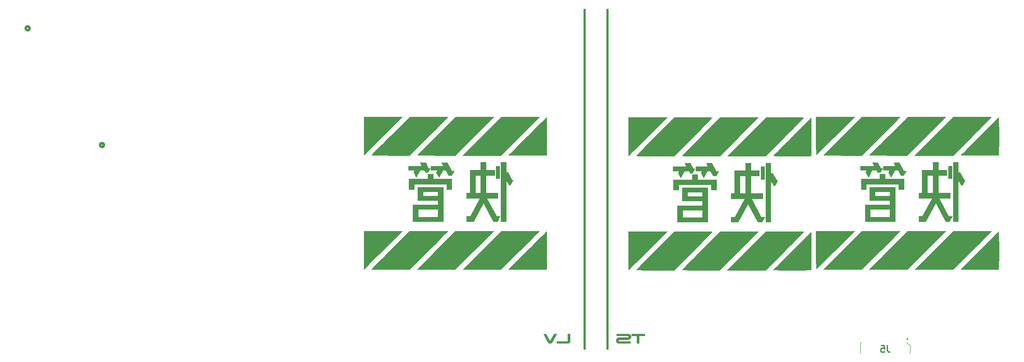
<source format=gbr>
%TF.GenerationSoftware,KiCad,Pcbnew,7.0.6*%
%TF.CreationDate,2024-02-05T21:22:57+01:00*%
%TF.ProjectId,FT24-AMS_Slave-v5,46543234-2d41-44d5-935f-536c6176652d,rev?*%
%TF.SameCoordinates,Original*%
%TF.FileFunction,Legend,Bot*%
%TF.FilePolarity,Positive*%
%FSLAX46Y46*%
G04 Gerber Fmt 4.6, Leading zero omitted, Abs format (unit mm)*
G04 Created by KiCad (PCBNEW 7.0.6) date 2024-02-05 21:22:57*
%MOMM*%
%LPD*%
G01*
G04 APERTURE LIST*
%ADD10C,0.400000*%
%ADD11C,0.150000*%
%ADD12C,0.300000*%
%ADD13C,0.254000*%
%ADD14C,0.508000*%
%ADD15C,0.100000*%
%ADD16C,0.200000*%
G04 APERTURE END LIST*
D10*
X163200000Y-140500000D02*
X163200000Y-75200000D01*
X158800000Y-140500000D02*
X158800000Y-75200000D01*
D11*
G36*
X226967201Y-106108443D02*
G01*
X228603628Y-106108443D01*
X228603628Y-107202651D01*
X226967201Y-107202651D01*
X226967201Y-110485275D01*
X229248429Y-110485275D01*
X229248429Y-111579483D01*
X227133286Y-111579483D01*
X228952896Y-115018422D01*
X229653872Y-115018422D01*
X229094556Y-116112630D01*
X228281228Y-116112630D01*
X226420097Y-112568667D01*
X224544312Y-116112630D01*
X223115491Y-116112630D01*
X223115491Y-115018422D01*
X223872644Y-115018422D01*
X225692254Y-111579483D01*
X223115491Y-111579483D01*
X223115491Y-110485275D01*
X223787159Y-110485275D01*
X223787159Y-107202651D01*
X224878925Y-107202651D01*
X224878925Y-110485275D01*
X225846127Y-110485275D01*
X225846127Y-107202651D01*
X224878925Y-107202651D01*
X223787159Y-107202651D01*
X223787159Y-106108443D01*
X225846127Y-106108443D01*
X225846127Y-104623447D01*
X226967201Y-104623447D01*
X226967201Y-106108443D01*
G37*
G36*
X230816468Y-106572505D02*
G01*
X231151081Y-106572505D01*
X231935101Y-108059944D01*
X232145150Y-108059944D01*
X231615143Y-109056454D01*
X231304954Y-109056454D01*
X230816468Y-108147871D01*
X230816468Y-116112630D01*
X229751570Y-116112630D01*
X229751570Y-104623447D01*
X230816468Y-104623447D01*
X230816468Y-106572505D01*
G37*
G36*
X229570830Y-107827913D02*
G01*
X228799023Y-107827913D01*
X228799023Y-105326866D01*
X229570830Y-105326866D01*
X229570830Y-107827913D01*
G37*
G36*
X218682484Y-116112630D02*
G01*
X212788904Y-116112630D01*
X212788904Y-113767899D01*
X213880669Y-113767899D01*
X213880669Y-115174738D01*
X217590718Y-115174738D01*
X217590718Y-113767899D01*
X213880669Y-113767899D01*
X212788904Y-113767899D01*
X212788904Y-112830006D01*
X217590718Y-112830006D01*
X217590718Y-112048429D01*
X213712142Y-112048429D01*
X213712142Y-110328960D01*
X214803907Y-110328960D01*
X214803907Y-111110537D01*
X217590718Y-111110537D01*
X217590718Y-110328960D01*
X214803907Y-110328960D01*
X213712142Y-110328960D01*
X213712142Y-109391067D01*
X218682484Y-109391067D01*
X218682484Y-116112630D01*
G37*
G36*
X216750523Y-107827913D02*
G01*
X220362875Y-107827913D01*
X220362875Y-109925959D01*
X219271109Y-109925959D01*
X219271109Y-108922121D01*
X213123517Y-108922121D01*
X213123517Y-109925959D01*
X212031751Y-109925959D01*
X212031751Y-107827913D01*
X215658757Y-107827913D01*
X215658757Y-106863154D01*
X216750523Y-106863154D01*
X216750523Y-107827913D01*
G37*
G36*
X220292044Y-106250104D02*
G01*
X220824494Y-106250104D01*
X220306699Y-107200209D01*
X219661898Y-107200209D01*
X219144103Y-106237892D01*
X218596999Y-106237892D01*
X217856943Y-107620307D01*
X217309839Y-106584717D01*
X217493021Y-106237892D01*
X216301116Y-106237892D01*
X216301116Y-105326866D01*
X218626308Y-105326866D01*
X218318562Y-104674738D01*
X219466503Y-104674738D01*
X220292044Y-106250104D01*
G37*
G36*
X215854152Y-105742079D02*
G01*
X216259595Y-105742079D01*
X215756454Y-106653105D01*
X215224005Y-106653105D01*
X214999302Y-106237892D01*
X214203070Y-106237892D01*
X213472784Y-107605652D01*
X212928122Y-106572505D01*
X213108862Y-106237892D01*
X211919399Y-106237892D01*
X211919399Y-105326866D01*
X214481507Y-105326866D01*
X214173761Y-104674738D01*
X215307048Y-104674738D01*
X215854152Y-105742079D01*
G37*
D12*
G36*
X156124284Y-138998241D02*
G01*
X156124284Y-137652951D01*
X155608932Y-137652951D01*
X155608932Y-139091053D01*
X153449825Y-139091053D01*
X153449825Y-139591263D01*
X155523447Y-139591263D01*
X155552731Y-139590576D01*
X155581600Y-139588515D01*
X155610052Y-139585080D01*
X155638088Y-139580272D01*
X155665709Y-139574089D01*
X155692913Y-139566533D01*
X155719702Y-139557603D01*
X155746074Y-139547299D01*
X155772031Y-139535621D01*
X155797571Y-139522569D01*
X155822696Y-139508144D01*
X155847404Y-139492344D01*
X155871697Y-139475171D01*
X155895574Y-139456624D01*
X155919034Y-139436703D01*
X155942079Y-139415408D01*
X155964143Y-139393170D01*
X155984783Y-139370421D01*
X156004000Y-139347161D01*
X156021794Y-139323389D01*
X156038164Y-139299106D01*
X156053110Y-139274312D01*
X156066633Y-139249006D01*
X156078733Y-139223189D01*
X156089409Y-139196860D01*
X156098662Y-139170020D01*
X156106491Y-139142669D01*
X156112896Y-139114806D01*
X156117879Y-139086432D01*
X156121437Y-139057546D01*
X156123572Y-139028149D01*
X156124284Y-138998241D01*
G37*
G36*
X153566085Y-137652951D02*
G01*
X152982344Y-137652951D01*
X152240823Y-139063210D01*
X151485624Y-137652951D01*
X150901395Y-137652951D01*
X151734263Y-139201451D01*
X151747430Y-139225434D01*
X151760798Y-139248655D01*
X151774366Y-139271115D01*
X151788134Y-139292813D01*
X151802103Y-139313750D01*
X151816272Y-139333926D01*
X151830641Y-139353340D01*
X151845211Y-139371994D01*
X151859981Y-139389885D01*
X151874951Y-139407016D01*
X151890122Y-139423385D01*
X151905493Y-139438992D01*
X151921064Y-139453839D01*
X151936836Y-139467924D01*
X151952808Y-139481247D01*
X151968981Y-139493810D01*
X151985354Y-139505611D01*
X152001927Y-139516650D01*
X152018700Y-139526928D01*
X152052849Y-139545201D01*
X152087798Y-139560428D01*
X152123549Y-139572609D01*
X152160102Y-139581746D01*
X152197456Y-139587837D01*
X152235611Y-139590882D01*
X152254989Y-139591263D01*
X152290601Y-139589477D01*
X152325873Y-139584118D01*
X152360805Y-139575188D01*
X152395398Y-139562686D01*
X152429651Y-139546612D01*
X152463565Y-139526966D01*
X152480394Y-139515803D01*
X152497139Y-139503747D01*
X152513798Y-139490799D01*
X152530373Y-139476957D01*
X152546863Y-139462222D01*
X152563267Y-139446594D01*
X152579587Y-139430074D01*
X152595822Y-139412660D01*
X152611972Y-139394353D01*
X152628038Y-139375153D01*
X152644018Y-139355061D01*
X152659913Y-139334075D01*
X152675724Y-139312196D01*
X152691449Y-139289424D01*
X152707090Y-139265759D01*
X152722645Y-139241202D01*
X152738116Y-139215751D01*
X152753502Y-139189407D01*
X152768803Y-139162170D01*
X152784019Y-139134040D01*
X153566085Y-137652951D01*
G37*
D11*
G36*
X139967201Y-106108443D02*
G01*
X141603628Y-106108443D01*
X141603628Y-107202651D01*
X139967201Y-107202651D01*
X139967201Y-110485275D01*
X142248429Y-110485275D01*
X142248429Y-111579483D01*
X140133286Y-111579483D01*
X141952896Y-115018422D01*
X142653872Y-115018422D01*
X142094556Y-116112630D01*
X141281228Y-116112630D01*
X139420097Y-112568667D01*
X137544312Y-116112630D01*
X136115491Y-116112630D01*
X136115491Y-115018422D01*
X136872644Y-115018422D01*
X138692254Y-111579483D01*
X136115491Y-111579483D01*
X136115491Y-110485275D01*
X136787159Y-110485275D01*
X136787159Y-107202651D01*
X137878925Y-107202651D01*
X137878925Y-110485275D01*
X138846127Y-110485275D01*
X138846127Y-107202651D01*
X137878925Y-107202651D01*
X136787159Y-107202651D01*
X136787159Y-106108443D01*
X138846127Y-106108443D01*
X138846127Y-104623447D01*
X139967201Y-104623447D01*
X139967201Y-106108443D01*
G37*
G36*
X143816468Y-106572505D02*
G01*
X144151081Y-106572505D01*
X144935101Y-108059944D01*
X145145150Y-108059944D01*
X144615143Y-109056454D01*
X144304954Y-109056454D01*
X143816468Y-108147871D01*
X143816468Y-116112630D01*
X142751570Y-116112630D01*
X142751570Y-104623447D01*
X143816468Y-104623447D01*
X143816468Y-106572505D01*
G37*
G36*
X142570830Y-107827913D02*
G01*
X141799023Y-107827913D01*
X141799023Y-105326866D01*
X142570830Y-105326866D01*
X142570830Y-107827913D01*
G37*
G36*
X131682484Y-116112630D02*
G01*
X125788904Y-116112630D01*
X125788904Y-113767899D01*
X126880669Y-113767899D01*
X126880669Y-115174738D01*
X130590718Y-115174738D01*
X130590718Y-113767899D01*
X126880669Y-113767899D01*
X125788904Y-113767899D01*
X125788904Y-112830006D01*
X130590718Y-112830006D01*
X130590718Y-112048429D01*
X126712142Y-112048429D01*
X126712142Y-110328960D01*
X127803907Y-110328960D01*
X127803907Y-111110537D01*
X130590718Y-111110537D01*
X130590718Y-110328960D01*
X127803907Y-110328960D01*
X126712142Y-110328960D01*
X126712142Y-109391067D01*
X131682484Y-109391067D01*
X131682484Y-116112630D01*
G37*
G36*
X129750523Y-107827913D02*
G01*
X133362875Y-107827913D01*
X133362875Y-109925959D01*
X132271109Y-109925959D01*
X132271109Y-108922121D01*
X126123517Y-108922121D01*
X126123517Y-109925959D01*
X125031751Y-109925959D01*
X125031751Y-107827913D01*
X128658757Y-107827913D01*
X128658757Y-106863154D01*
X129750523Y-106863154D01*
X129750523Y-107827913D01*
G37*
G36*
X133292044Y-106250104D02*
G01*
X133824494Y-106250104D01*
X133306699Y-107200209D01*
X132661898Y-107200209D01*
X132144103Y-106237892D01*
X131596999Y-106237892D01*
X130856943Y-107620307D01*
X130309839Y-106584717D01*
X130493021Y-106237892D01*
X129301116Y-106237892D01*
X129301116Y-105326866D01*
X131626308Y-105326866D01*
X131318562Y-104674738D01*
X132466503Y-104674738D01*
X133292044Y-106250104D01*
G37*
G36*
X128854152Y-105742079D02*
G01*
X129259595Y-105742079D01*
X128756454Y-106653105D01*
X128224005Y-106653105D01*
X127999302Y-106237892D01*
X127203070Y-106237892D01*
X126472784Y-107605652D01*
X125928122Y-106572505D01*
X126108862Y-106237892D01*
X124919399Y-106237892D01*
X124919399Y-105326866D01*
X127481507Y-105326866D01*
X127173761Y-104674738D01*
X128307048Y-104674738D01*
X128854152Y-105742079D01*
G37*
D12*
G36*
X170516608Y-138153161D02*
G01*
X170516608Y-137652951D01*
X167836775Y-137652951D01*
X167836775Y-138153161D01*
X168917306Y-138153161D01*
X168917306Y-139591263D01*
X169433147Y-139591263D01*
X169433147Y-138153161D01*
X170516608Y-138153161D01*
G37*
G36*
X167104535Y-137652951D02*
G01*
X165028471Y-137652951D01*
X165028471Y-138153161D01*
X167282344Y-138153161D01*
X167282344Y-138340739D01*
X165558967Y-138340739D01*
X165526660Y-138341445D01*
X165494830Y-138343563D01*
X165463477Y-138347093D01*
X165432602Y-138352035D01*
X165402203Y-138358390D01*
X165372281Y-138366156D01*
X165342837Y-138375334D01*
X165313869Y-138385924D01*
X165285378Y-138397926D01*
X165257365Y-138411341D01*
X165229828Y-138426167D01*
X165202769Y-138442405D01*
X165176187Y-138460056D01*
X165150081Y-138479118D01*
X165124453Y-138499592D01*
X165099302Y-138521479D01*
X165075108Y-138544407D01*
X165052476Y-138568007D01*
X165031404Y-138592279D01*
X165011893Y-138617222D01*
X164993943Y-138642837D01*
X164977554Y-138669124D01*
X164962726Y-138696082D01*
X164949459Y-138723712D01*
X164937752Y-138752014D01*
X164927607Y-138780987D01*
X164919022Y-138810632D01*
X164911998Y-138840949D01*
X164906535Y-138871937D01*
X164902633Y-138903597D01*
X164900291Y-138935928D01*
X164899511Y-138968932D01*
X164900295Y-139001937D01*
X164902648Y-139034274D01*
X164906569Y-139065944D01*
X164912059Y-139096946D01*
X164919117Y-139127279D01*
X164927744Y-139156945D01*
X164937939Y-139185943D01*
X164949703Y-139214274D01*
X164963035Y-139241936D01*
X164977936Y-139268931D01*
X164994405Y-139295257D01*
X165012443Y-139320916D01*
X165032049Y-139345907D01*
X165053224Y-139370230D01*
X165075967Y-139393886D01*
X165100279Y-139416873D01*
X165124306Y-139437991D01*
X165148883Y-139457746D01*
X165174009Y-139476138D01*
X165199685Y-139493169D01*
X165225911Y-139508836D01*
X165252686Y-139523142D01*
X165280011Y-139536085D01*
X165307885Y-139547665D01*
X165336309Y-139557883D01*
X165365282Y-139566739D01*
X165394805Y-139574232D01*
X165424877Y-139580363D01*
X165455499Y-139585132D01*
X165486671Y-139588538D01*
X165518392Y-139590581D01*
X165550662Y-139591263D01*
X167711235Y-139591263D01*
X167711235Y-139091053D01*
X165417794Y-139091053D01*
X165417794Y-138840949D01*
X167171946Y-138840949D01*
X167203938Y-138840306D01*
X167235434Y-138838376D01*
X167266434Y-138835161D01*
X167296938Y-138830660D01*
X167326945Y-138824872D01*
X167356457Y-138817799D01*
X167385472Y-138809439D01*
X167413991Y-138799794D01*
X167442014Y-138788862D01*
X167469541Y-138776644D01*
X167496572Y-138763140D01*
X167523107Y-138748350D01*
X167549145Y-138732274D01*
X167574688Y-138714912D01*
X167599734Y-138696263D01*
X167624284Y-138676329D01*
X167649365Y-138654290D01*
X167672827Y-138631648D01*
X167694672Y-138608403D01*
X167714898Y-138584555D01*
X167733507Y-138560104D01*
X167750497Y-138535050D01*
X167765869Y-138509393D01*
X167779623Y-138483133D01*
X167791758Y-138456270D01*
X167802276Y-138428804D01*
X167811176Y-138400735D01*
X167818457Y-138372063D01*
X167824121Y-138342789D01*
X167828166Y-138312911D01*
X167830593Y-138282430D01*
X167831402Y-138251346D01*
X167830481Y-138217788D01*
X167827716Y-138185011D01*
X167823107Y-138153018D01*
X167816656Y-138121806D01*
X167808361Y-138091377D01*
X167798223Y-138061730D01*
X167786242Y-138032865D01*
X167772418Y-138004783D01*
X167756750Y-137977483D01*
X167739239Y-137950966D01*
X167719884Y-137925231D01*
X167698687Y-137900278D01*
X167675646Y-137876107D01*
X167650762Y-137852719D01*
X167624034Y-137830113D01*
X167595464Y-137808290D01*
X167568816Y-137789479D01*
X167541631Y-137771882D01*
X167513907Y-137755499D01*
X167485646Y-137740329D01*
X167456846Y-137726373D01*
X167427508Y-137713630D01*
X167397633Y-137702101D01*
X167367219Y-137691786D01*
X167336267Y-137682684D01*
X167304776Y-137674796D01*
X167272748Y-137668121D01*
X167240182Y-137662660D01*
X167207077Y-137658412D01*
X167173435Y-137655379D01*
X167139254Y-137653558D01*
X167104535Y-137652951D01*
G37*
D11*
G36*
X190889144Y-106218554D02*
G01*
X192525571Y-106218554D01*
X192525571Y-107312762D01*
X190889144Y-107312762D01*
X190889144Y-110595386D01*
X193170372Y-110595386D01*
X193170372Y-111689594D01*
X191055229Y-111689594D01*
X192874839Y-115128533D01*
X193575815Y-115128533D01*
X193016499Y-116222741D01*
X192203171Y-116222741D01*
X190342040Y-112678778D01*
X188466255Y-116222741D01*
X187037434Y-116222741D01*
X187037434Y-115128533D01*
X187794587Y-115128533D01*
X189614197Y-111689594D01*
X187037434Y-111689594D01*
X187037434Y-110595386D01*
X187709102Y-110595386D01*
X187709102Y-107312762D01*
X188800868Y-107312762D01*
X188800868Y-110595386D01*
X189768070Y-110595386D01*
X189768070Y-107312762D01*
X188800868Y-107312762D01*
X187709102Y-107312762D01*
X187709102Y-106218554D01*
X189768070Y-106218554D01*
X189768070Y-104733558D01*
X190889144Y-104733558D01*
X190889144Y-106218554D01*
G37*
G36*
X194738411Y-106682616D02*
G01*
X195073024Y-106682616D01*
X195857044Y-108170055D01*
X196067093Y-108170055D01*
X195537086Y-109166565D01*
X195226897Y-109166565D01*
X194738411Y-108257982D01*
X194738411Y-116222741D01*
X193673513Y-116222741D01*
X193673513Y-104733558D01*
X194738411Y-104733558D01*
X194738411Y-106682616D01*
G37*
G36*
X193492773Y-107938024D02*
G01*
X192720966Y-107938024D01*
X192720966Y-105436977D01*
X193492773Y-105436977D01*
X193492773Y-107938024D01*
G37*
G36*
X182604427Y-116222741D02*
G01*
X176710847Y-116222741D01*
X176710847Y-113878010D01*
X177802612Y-113878010D01*
X177802612Y-115284849D01*
X181512661Y-115284849D01*
X181512661Y-113878010D01*
X177802612Y-113878010D01*
X176710847Y-113878010D01*
X176710847Y-112940117D01*
X181512661Y-112940117D01*
X181512661Y-112158540D01*
X177634085Y-112158540D01*
X177634085Y-110439071D01*
X178725850Y-110439071D01*
X178725850Y-111220648D01*
X181512661Y-111220648D01*
X181512661Y-110439071D01*
X178725850Y-110439071D01*
X177634085Y-110439071D01*
X177634085Y-109501178D01*
X182604427Y-109501178D01*
X182604427Y-116222741D01*
G37*
G36*
X180672466Y-107938024D02*
G01*
X184284818Y-107938024D01*
X184284818Y-110036070D01*
X183193052Y-110036070D01*
X183193052Y-109032232D01*
X177045460Y-109032232D01*
X177045460Y-110036070D01*
X175953694Y-110036070D01*
X175953694Y-107938024D01*
X179580700Y-107938024D01*
X179580700Y-106973265D01*
X180672466Y-106973265D01*
X180672466Y-107938024D01*
G37*
G36*
X184213987Y-106360215D02*
G01*
X184746437Y-106360215D01*
X184228642Y-107310320D01*
X183583841Y-107310320D01*
X183066046Y-106348003D01*
X182518942Y-106348003D01*
X181778886Y-107730418D01*
X181231782Y-106694828D01*
X181414964Y-106348003D01*
X180223059Y-106348003D01*
X180223059Y-105436977D01*
X182548251Y-105436977D01*
X182240505Y-104784849D01*
X183388446Y-104784849D01*
X184213987Y-106360215D01*
G37*
G36*
X179776095Y-105852190D02*
G01*
X180181538Y-105852190D01*
X179678397Y-106763216D01*
X179145948Y-106763216D01*
X178921245Y-106348003D01*
X178125013Y-106348003D01*
X177394727Y-107715763D01*
X176850065Y-106682616D01*
X177030805Y-106348003D01*
X175841342Y-106348003D01*
X175841342Y-105436977D01*
X178403450Y-105436977D01*
X178095704Y-104784849D01*
X179228991Y-104784849D01*
X179776095Y-105852190D01*
G37*
D13*
X217102332Y-139928318D02*
X217102332Y-140835461D01*
X217102332Y-140835461D02*
X217162809Y-141016889D01*
X217162809Y-141016889D02*
X217283761Y-141137842D01*
X217283761Y-141137842D02*
X217465190Y-141198318D01*
X217465190Y-141198318D02*
X217586142Y-141198318D01*
X215892809Y-139928318D02*
X216497571Y-139928318D01*
X216497571Y-139928318D02*
X216558047Y-140533080D01*
X216558047Y-140533080D02*
X216497571Y-140472603D01*
X216497571Y-140472603D02*
X216376618Y-140412127D01*
X216376618Y-140412127D02*
X216074237Y-140412127D01*
X216074237Y-140412127D02*
X215953285Y-140472603D01*
X215953285Y-140472603D02*
X215892809Y-140533080D01*
X215892809Y-140533080D02*
X215832332Y-140654032D01*
X215832332Y-140654032D02*
X215832332Y-140956413D01*
X215832332Y-140956413D02*
X215892809Y-141077365D01*
X215892809Y-141077365D02*
X215953285Y-141137842D01*
X215953285Y-141137842D02*
X216074237Y-141198318D01*
X216074237Y-141198318D02*
X216376618Y-141198318D01*
X216376618Y-141198318D02*
X216497571Y-141137842D01*
X216497571Y-141137842D02*
X216558047Y-141077365D01*
D14*
%TO.C,J1*%
X52081700Y-78799998D02*
G75*
G03*
X52081700Y-78799998I-381000J0D01*
G01*
%TO.C,J2*%
X66380300Y-101300000D02*
G75*
G03*
X66380300Y-101300000I-381000J0D01*
G01*
D15*
%TO.C,J5*%
X211879000Y-139299000D02*
X212179000Y-139299000D01*
X211879000Y-141399000D02*
X211879000Y-139299000D01*
X220679000Y-139299000D02*
X221479000Y-139899000D01*
D16*
X220979000Y-138599000D02*
X220979000Y-138599000D01*
X220979000Y-138799000D02*
X220979000Y-138799000D01*
D15*
X221479000Y-139899000D02*
X221479000Y-141399000D01*
D16*
X220979000Y-138799000D02*
G75*
G03*
X220979000Y-138599000I0J100000D01*
G01*
X220979000Y-138599000D02*
G75*
G03*
X220979000Y-138799000I0J-100000D01*
G01*
%TO.C,G\u002A\u002A\u002A*%
G36*
X207134385Y-99578723D02*
G01*
X206785270Y-99927805D01*
X206232965Y-100479763D01*
X205710666Y-101001374D01*
X205224937Y-101486102D01*
X204782342Y-101927409D01*
X204389447Y-102318759D01*
X204052815Y-102653613D01*
X203779012Y-102925435D01*
X203574601Y-103127687D01*
X203446149Y-103253832D01*
X203400218Y-103297333D01*
X203397547Y-103244890D01*
X203394818Y-103076908D01*
X203392300Y-102804016D01*
X203390040Y-102437198D01*
X203388085Y-101987440D01*
X203386483Y-101465728D01*
X203385280Y-100883048D01*
X203384523Y-100250384D01*
X203384261Y-99578723D01*
X203384261Y-95860112D01*
X207118428Y-95860112D01*
X210852595Y-95860112D01*
X207134385Y-99578723D01*
G37*
G36*
X234076577Y-95860706D02*
G01*
X234710582Y-95862778D01*
X235295922Y-95866202D01*
X235821541Y-95870835D01*
X236276386Y-95876536D01*
X236649398Y-95883163D01*
X236929524Y-95890575D01*
X237105707Y-95898629D01*
X237166891Y-95907184D01*
X237151923Y-95926389D01*
X237059355Y-96025981D01*
X236887916Y-96204067D01*
X236644167Y-96454003D01*
X236334668Y-96769146D01*
X235965978Y-97142852D01*
X235544655Y-97568478D01*
X235077261Y-98039381D01*
X234570353Y-98548915D01*
X234030493Y-99090439D01*
X233464238Y-99657308D01*
X229761584Y-103360361D01*
X226042972Y-103360361D01*
X222324360Y-103360361D01*
X226074087Y-99610237D01*
X229823814Y-95860112D01*
X233495352Y-95860112D01*
X234076577Y-95860706D01*
G37*
G36*
X224687487Y-99610237D02*
G01*
X220937760Y-103360361D01*
X217266221Y-103360361D01*
X216684996Y-103359767D01*
X216050992Y-103357695D01*
X215465652Y-103354271D01*
X214940032Y-103349638D01*
X214485188Y-103343937D01*
X214112175Y-103337310D01*
X213832050Y-103329898D01*
X213655867Y-103321844D01*
X213594683Y-103313289D01*
X213609650Y-103294084D01*
X213702219Y-103194492D01*
X213873658Y-103016406D01*
X214117406Y-102766470D01*
X214426905Y-102451327D01*
X214795596Y-102077621D01*
X215216918Y-101651995D01*
X215684313Y-101181093D01*
X216191220Y-100671558D01*
X216731081Y-100130034D01*
X217297336Y-99563165D01*
X220999989Y-95860112D01*
X224718601Y-95860112D01*
X228437213Y-95860112D01*
X224687487Y-99610237D01*
G37*
G36*
X216487939Y-95860753D02*
G01*
X217123271Y-95862862D01*
X217709609Y-95866306D01*
X218235944Y-95870946D01*
X218691267Y-95876642D01*
X219064571Y-95883254D01*
X219344845Y-95890641D01*
X219521083Y-95898665D01*
X219582276Y-95907184D01*
X219567308Y-95926389D01*
X219474739Y-96025981D01*
X219303301Y-96204067D01*
X219059552Y-96454003D01*
X218750053Y-96769146D01*
X218381362Y-97142852D01*
X217960040Y-97568478D01*
X217492645Y-98039381D01*
X216985738Y-98548915D01*
X216445877Y-99090439D01*
X215879622Y-99657308D01*
X212176969Y-103360361D01*
X208473915Y-103360361D01*
X207865198Y-103359720D01*
X207229866Y-103357612D01*
X206643528Y-103354167D01*
X206117193Y-103349527D01*
X205661870Y-103343831D01*
X205288566Y-103337219D01*
X205008291Y-103329832D01*
X204832054Y-103321808D01*
X204770861Y-103313289D01*
X204785829Y-103294084D01*
X204878398Y-103194492D01*
X205049836Y-103016406D01*
X205293585Y-102766470D01*
X205603084Y-102451327D01*
X205971775Y-102077621D01*
X206393097Y-101651995D01*
X206860491Y-101181093D01*
X207367399Y-100671558D01*
X207907260Y-100130034D01*
X208473515Y-99563165D01*
X212176168Y-95860112D01*
X215879222Y-95860112D01*
X216487939Y-95860753D01*
G37*
G36*
X238575290Y-95952208D02*
G01*
X238583593Y-96091869D01*
X238590968Y-96334906D01*
X238597403Y-96667882D01*
X238602890Y-97077361D01*
X238607417Y-97549906D01*
X238610976Y-98072081D01*
X238613555Y-98630448D01*
X238615147Y-99211571D01*
X238615739Y-99802015D01*
X238615323Y-100388341D01*
X238613889Y-100957113D01*
X238611426Y-101494895D01*
X238607925Y-101988251D01*
X238603376Y-102423742D01*
X238597769Y-102787934D01*
X238591094Y-103067389D01*
X238583341Y-103248671D01*
X238574501Y-103318342D01*
X238539212Y-103324515D01*
X238391357Y-103332577D01*
X238141130Y-103339569D01*
X237801969Y-103345498D01*
X237387310Y-103350376D01*
X236910589Y-103354210D01*
X236385244Y-103357009D01*
X235824710Y-103358784D01*
X235242425Y-103359544D01*
X234651825Y-103359296D01*
X234066347Y-103358052D01*
X233499427Y-103355819D01*
X232964503Y-103352607D01*
X232475009Y-103348425D01*
X232044384Y-103343283D01*
X231686064Y-103337189D01*
X231413485Y-103330153D01*
X231240084Y-103322184D01*
X231179298Y-103313290D01*
X231180486Y-103310746D01*
X231237756Y-103245608D01*
X231375177Y-103101069D01*
X231584707Y-102885173D01*
X231858302Y-102605963D01*
X232187919Y-102271482D01*
X232565515Y-101889775D01*
X232983047Y-101468885D01*
X233432472Y-101016855D01*
X233905746Y-100541729D01*
X234394828Y-100051550D01*
X234891673Y-99554362D01*
X235388239Y-99058209D01*
X235876482Y-98571133D01*
X236348359Y-98101179D01*
X236795828Y-97656390D01*
X237210845Y-97244809D01*
X237585367Y-96874480D01*
X237911351Y-96553447D01*
X238180754Y-96289753D01*
X238385533Y-96091441D01*
X238517645Y-95966556D01*
X238569046Y-95923140D01*
X238575290Y-95952208D01*
G37*
G36*
X120134385Y-99578723D02*
G01*
X119785270Y-99927805D01*
X119232965Y-100479763D01*
X118710666Y-101001374D01*
X118224937Y-101486102D01*
X117782342Y-101927409D01*
X117389447Y-102318759D01*
X117052815Y-102653613D01*
X116779012Y-102925435D01*
X116574601Y-103127687D01*
X116446149Y-103253832D01*
X116400218Y-103297333D01*
X116397547Y-103244890D01*
X116394818Y-103076908D01*
X116392300Y-102804016D01*
X116390040Y-102437198D01*
X116388085Y-101987440D01*
X116386483Y-101465728D01*
X116385280Y-100883048D01*
X116384523Y-100250384D01*
X116384261Y-99578723D01*
X116384261Y-95860112D01*
X120118428Y-95860112D01*
X123852595Y-95860112D01*
X120134385Y-99578723D01*
G37*
G36*
X147076577Y-95860706D02*
G01*
X147710582Y-95862778D01*
X148295922Y-95866202D01*
X148821541Y-95870835D01*
X149276386Y-95876536D01*
X149649398Y-95883163D01*
X149929524Y-95890575D01*
X150105707Y-95898629D01*
X150166891Y-95907184D01*
X150151923Y-95926389D01*
X150059355Y-96025981D01*
X149887916Y-96204067D01*
X149644167Y-96454003D01*
X149334668Y-96769146D01*
X148965978Y-97142852D01*
X148544655Y-97568478D01*
X148077261Y-98039381D01*
X147570353Y-98548915D01*
X147030493Y-99090439D01*
X146464238Y-99657308D01*
X142761584Y-103360361D01*
X139042972Y-103360361D01*
X135324360Y-103360361D01*
X139074087Y-99610237D01*
X142823814Y-95860112D01*
X146495352Y-95860112D01*
X147076577Y-95860706D01*
G37*
G36*
X137687487Y-99610237D02*
G01*
X133937760Y-103360361D01*
X130266221Y-103360361D01*
X129684996Y-103359767D01*
X129050992Y-103357695D01*
X128465652Y-103354271D01*
X127940032Y-103349638D01*
X127485188Y-103343937D01*
X127112175Y-103337310D01*
X126832050Y-103329898D01*
X126655867Y-103321844D01*
X126594683Y-103313289D01*
X126609650Y-103294084D01*
X126702219Y-103194492D01*
X126873658Y-103016406D01*
X127117406Y-102766470D01*
X127426905Y-102451327D01*
X127795596Y-102077621D01*
X128216918Y-101651995D01*
X128684313Y-101181093D01*
X129191220Y-100671558D01*
X129731081Y-100130034D01*
X130297336Y-99563165D01*
X133999989Y-95860112D01*
X137718601Y-95860112D01*
X141437213Y-95860112D01*
X137687487Y-99610237D01*
G37*
G36*
X129487939Y-95860753D02*
G01*
X130123271Y-95862862D01*
X130709609Y-95866306D01*
X131235944Y-95870946D01*
X131691267Y-95876642D01*
X132064571Y-95883254D01*
X132344845Y-95890641D01*
X132521083Y-95898665D01*
X132582276Y-95907184D01*
X132567308Y-95926389D01*
X132474739Y-96025981D01*
X132303301Y-96204067D01*
X132059552Y-96454003D01*
X131750053Y-96769146D01*
X131381362Y-97142852D01*
X130960040Y-97568478D01*
X130492645Y-98039381D01*
X129985738Y-98548915D01*
X129445877Y-99090439D01*
X128879622Y-99657308D01*
X125176969Y-103360361D01*
X121473915Y-103360361D01*
X120865198Y-103359720D01*
X120229866Y-103357612D01*
X119643528Y-103354167D01*
X119117193Y-103349527D01*
X118661870Y-103343831D01*
X118288566Y-103337219D01*
X118008291Y-103329832D01*
X117832054Y-103321808D01*
X117770861Y-103313289D01*
X117785829Y-103294084D01*
X117878398Y-103194492D01*
X118049836Y-103016406D01*
X118293585Y-102766470D01*
X118603084Y-102451327D01*
X118971775Y-102077621D01*
X119393097Y-101651995D01*
X119860491Y-101181093D01*
X120367399Y-100671558D01*
X120907260Y-100130034D01*
X121473515Y-99563165D01*
X125176168Y-95860112D01*
X128879222Y-95860112D01*
X129487939Y-95860753D01*
G37*
G36*
X151575290Y-95952208D02*
G01*
X151583593Y-96091869D01*
X151590968Y-96334906D01*
X151597403Y-96667882D01*
X151602890Y-97077361D01*
X151607417Y-97549906D01*
X151610976Y-98072081D01*
X151613555Y-98630448D01*
X151615147Y-99211571D01*
X151615739Y-99802015D01*
X151615323Y-100388341D01*
X151613889Y-100957113D01*
X151611426Y-101494895D01*
X151607925Y-101988251D01*
X151603376Y-102423742D01*
X151597769Y-102787934D01*
X151591094Y-103067389D01*
X151583341Y-103248671D01*
X151574501Y-103318342D01*
X151539212Y-103324515D01*
X151391357Y-103332577D01*
X151141130Y-103339569D01*
X150801969Y-103345498D01*
X150387310Y-103350376D01*
X149910589Y-103354210D01*
X149385244Y-103357009D01*
X148824710Y-103358784D01*
X148242425Y-103359544D01*
X147651825Y-103359296D01*
X147066347Y-103358052D01*
X146499427Y-103355819D01*
X145964503Y-103352607D01*
X145475009Y-103348425D01*
X145044384Y-103343283D01*
X144686064Y-103337189D01*
X144413485Y-103330153D01*
X144240084Y-103322184D01*
X144179298Y-103313290D01*
X144180486Y-103310746D01*
X144237756Y-103245608D01*
X144375177Y-103101069D01*
X144584707Y-102885173D01*
X144858302Y-102605963D01*
X145187919Y-102271482D01*
X145565515Y-101889775D01*
X145983047Y-101468885D01*
X146432472Y-101016855D01*
X146905746Y-100541729D01*
X147394828Y-100051550D01*
X147891673Y-99554362D01*
X148388239Y-99058209D01*
X148876482Y-98571133D01*
X149348359Y-98101179D01*
X149795828Y-97656390D01*
X150210845Y-97244809D01*
X150585367Y-96874480D01*
X150911351Y-96553447D01*
X151180754Y-96289753D01*
X151385533Y-96091441D01*
X151517645Y-95966556D01*
X151569046Y-95923140D01*
X151575290Y-95952208D01*
G37*
G36*
X171056328Y-99688834D02*
G01*
X170707213Y-100037916D01*
X170154908Y-100589874D01*
X169632609Y-101111485D01*
X169146880Y-101596213D01*
X168704285Y-102037520D01*
X168311390Y-102428870D01*
X167974758Y-102763724D01*
X167700955Y-103035546D01*
X167496544Y-103237798D01*
X167368092Y-103363943D01*
X167322161Y-103407444D01*
X167319490Y-103355001D01*
X167316761Y-103187019D01*
X167314243Y-102914127D01*
X167311983Y-102547309D01*
X167310028Y-102097551D01*
X167308426Y-101575839D01*
X167307223Y-100993159D01*
X167306466Y-100360495D01*
X167306204Y-99688834D01*
X167306204Y-95970223D01*
X171040371Y-95970223D01*
X174774538Y-95970223D01*
X171056328Y-99688834D01*
G37*
G36*
X197998520Y-95970817D02*
G01*
X198632525Y-95972889D01*
X199217865Y-95976313D01*
X199743484Y-95980946D01*
X200198329Y-95986647D01*
X200571341Y-95993274D01*
X200851467Y-96000686D01*
X201027650Y-96008740D01*
X201088834Y-96017295D01*
X201073866Y-96036500D01*
X200981298Y-96136092D01*
X200809859Y-96314178D01*
X200566110Y-96564114D01*
X200256611Y-96879257D01*
X199887921Y-97252963D01*
X199466598Y-97678589D01*
X198999204Y-98149492D01*
X198492296Y-98659026D01*
X197952436Y-99200550D01*
X197386181Y-99767419D01*
X193683527Y-103470472D01*
X189964915Y-103470472D01*
X186246303Y-103470472D01*
X189996030Y-99720348D01*
X193745757Y-95970223D01*
X197417295Y-95970223D01*
X197998520Y-95970817D01*
G37*
G36*
X188609430Y-99720348D02*
G01*
X184859703Y-103470472D01*
X181188164Y-103470472D01*
X180606939Y-103469878D01*
X179972935Y-103467806D01*
X179387595Y-103464382D01*
X178861975Y-103459749D01*
X178407131Y-103454048D01*
X178034118Y-103447421D01*
X177753993Y-103440009D01*
X177577810Y-103431955D01*
X177516626Y-103423400D01*
X177531593Y-103404195D01*
X177624162Y-103304603D01*
X177795601Y-103126517D01*
X178039349Y-102876581D01*
X178348848Y-102561438D01*
X178717539Y-102187732D01*
X179138861Y-101762106D01*
X179606256Y-101291204D01*
X180113163Y-100781669D01*
X180653024Y-100240145D01*
X181219279Y-99673276D01*
X184921932Y-95970223D01*
X188640544Y-95970223D01*
X192359156Y-95970223D01*
X188609430Y-99720348D01*
G37*
G36*
X180409882Y-95970864D02*
G01*
X181045214Y-95972973D01*
X181631552Y-95976417D01*
X182157887Y-95981057D01*
X182613210Y-95986753D01*
X182986514Y-95993365D01*
X183266788Y-96000752D01*
X183443026Y-96008776D01*
X183504219Y-96017295D01*
X183489251Y-96036500D01*
X183396682Y-96136092D01*
X183225244Y-96314178D01*
X182981495Y-96564114D01*
X182671996Y-96879257D01*
X182303305Y-97252963D01*
X181881983Y-97678589D01*
X181414588Y-98149492D01*
X180907681Y-98659026D01*
X180367820Y-99200550D01*
X179801565Y-99767419D01*
X176098912Y-103470472D01*
X172395858Y-103470472D01*
X171787141Y-103469831D01*
X171151809Y-103467723D01*
X170565471Y-103464278D01*
X170039136Y-103459638D01*
X169583813Y-103453942D01*
X169210509Y-103447330D01*
X168930234Y-103439943D01*
X168753997Y-103431919D01*
X168692804Y-103423400D01*
X168707772Y-103404195D01*
X168800341Y-103304603D01*
X168971779Y-103126517D01*
X169215528Y-102876581D01*
X169525027Y-102561438D01*
X169893718Y-102187732D01*
X170315040Y-101762106D01*
X170782434Y-101291204D01*
X171289342Y-100781669D01*
X171829203Y-100240145D01*
X172395458Y-99673276D01*
X176098111Y-95970223D01*
X179801165Y-95970223D01*
X180409882Y-95970864D01*
G37*
G36*
X202497233Y-96062319D02*
G01*
X202505536Y-96201980D01*
X202512911Y-96445017D01*
X202519346Y-96777993D01*
X202524833Y-97187472D01*
X202529360Y-97660017D01*
X202532919Y-98182192D01*
X202535498Y-98740559D01*
X202537090Y-99321682D01*
X202537682Y-99912126D01*
X202537266Y-100498452D01*
X202535832Y-101067224D01*
X202533369Y-101605006D01*
X202529868Y-102098362D01*
X202525319Y-102533853D01*
X202519712Y-102898045D01*
X202513037Y-103177500D01*
X202505284Y-103358782D01*
X202496444Y-103428453D01*
X202461155Y-103434626D01*
X202313300Y-103442688D01*
X202063073Y-103449680D01*
X201723912Y-103455609D01*
X201309253Y-103460487D01*
X200832532Y-103464321D01*
X200307187Y-103467120D01*
X199746653Y-103468895D01*
X199164368Y-103469655D01*
X198573768Y-103469407D01*
X197988290Y-103468163D01*
X197421370Y-103465930D01*
X196886446Y-103462718D01*
X196396952Y-103458536D01*
X195966327Y-103453394D01*
X195608007Y-103447300D01*
X195335428Y-103440264D01*
X195162027Y-103432295D01*
X195101241Y-103423401D01*
X195102429Y-103420857D01*
X195159699Y-103355719D01*
X195297120Y-103211180D01*
X195506650Y-102995284D01*
X195780245Y-102716074D01*
X196109862Y-102381593D01*
X196487458Y-101999886D01*
X196904990Y-101578996D01*
X197354415Y-101126966D01*
X197827689Y-100651840D01*
X198316771Y-100161661D01*
X198813616Y-99664473D01*
X199310182Y-99168320D01*
X199798425Y-98681244D01*
X200270302Y-98211290D01*
X200717771Y-97766501D01*
X201132788Y-97354920D01*
X201507310Y-96984591D01*
X201833294Y-96663558D01*
X202102697Y-96399864D01*
X202307476Y-96201552D01*
X202439588Y-96076667D01*
X202490989Y-96033251D01*
X202497233Y-96062319D01*
G37*
G36*
X120134385Y-121578723D02*
G01*
X119785270Y-121927805D01*
X119232965Y-122479763D01*
X118710666Y-123001374D01*
X118224937Y-123486102D01*
X117782342Y-123927409D01*
X117389447Y-124318759D01*
X117052815Y-124653613D01*
X116779012Y-124925435D01*
X116574601Y-125127687D01*
X116446149Y-125253832D01*
X116400218Y-125297333D01*
X116397547Y-125244890D01*
X116394818Y-125076908D01*
X116392300Y-124804016D01*
X116390040Y-124437198D01*
X116388085Y-123987440D01*
X116386483Y-123465728D01*
X116385280Y-122883048D01*
X116384523Y-122250384D01*
X116384261Y-121578723D01*
X116384261Y-117860112D01*
X120118428Y-117860112D01*
X123852595Y-117860112D01*
X120134385Y-121578723D01*
G37*
G36*
X147076577Y-117860706D02*
G01*
X147710582Y-117862778D01*
X148295922Y-117866202D01*
X148821541Y-117870835D01*
X149276386Y-117876536D01*
X149649398Y-117883163D01*
X149929524Y-117890575D01*
X150105707Y-117898629D01*
X150166891Y-117907184D01*
X150151923Y-117926389D01*
X150059355Y-118025981D01*
X149887916Y-118204067D01*
X149644167Y-118454003D01*
X149334668Y-118769146D01*
X148965978Y-119142852D01*
X148544655Y-119568478D01*
X148077261Y-120039381D01*
X147570353Y-120548915D01*
X147030493Y-121090439D01*
X146464238Y-121657308D01*
X142761584Y-125360361D01*
X139042972Y-125360361D01*
X135324360Y-125360361D01*
X139074087Y-121610237D01*
X142823814Y-117860112D01*
X146495352Y-117860112D01*
X147076577Y-117860706D01*
G37*
G36*
X137687487Y-121610237D02*
G01*
X133937760Y-125360361D01*
X130266221Y-125360361D01*
X129684996Y-125359767D01*
X129050992Y-125357695D01*
X128465652Y-125354271D01*
X127940032Y-125349638D01*
X127485188Y-125343937D01*
X127112175Y-125337310D01*
X126832050Y-125329898D01*
X126655867Y-125321844D01*
X126594683Y-125313289D01*
X126609650Y-125294084D01*
X126702219Y-125194492D01*
X126873658Y-125016406D01*
X127117406Y-124766470D01*
X127426905Y-124451327D01*
X127795596Y-124077621D01*
X128216918Y-123651995D01*
X128684313Y-123181093D01*
X129191220Y-122671558D01*
X129731081Y-122130034D01*
X130297336Y-121563165D01*
X133999989Y-117860112D01*
X137718601Y-117860112D01*
X141437213Y-117860112D01*
X137687487Y-121610237D01*
G37*
G36*
X129487939Y-117860753D02*
G01*
X130123271Y-117862862D01*
X130709609Y-117866306D01*
X131235944Y-117870946D01*
X131691267Y-117876642D01*
X132064571Y-117883254D01*
X132344845Y-117890641D01*
X132521083Y-117898665D01*
X132582276Y-117907184D01*
X132567308Y-117926389D01*
X132474739Y-118025981D01*
X132303301Y-118204067D01*
X132059552Y-118454003D01*
X131750053Y-118769146D01*
X131381362Y-119142852D01*
X130960040Y-119568478D01*
X130492645Y-120039381D01*
X129985738Y-120548915D01*
X129445877Y-121090439D01*
X128879622Y-121657308D01*
X125176969Y-125360361D01*
X121473915Y-125360361D01*
X120865198Y-125359720D01*
X120229866Y-125357612D01*
X119643528Y-125354167D01*
X119117193Y-125349527D01*
X118661870Y-125343831D01*
X118288566Y-125337219D01*
X118008291Y-125329832D01*
X117832054Y-125321808D01*
X117770861Y-125313289D01*
X117785829Y-125294084D01*
X117878398Y-125194492D01*
X118049836Y-125016406D01*
X118293585Y-124766470D01*
X118603084Y-124451327D01*
X118971775Y-124077621D01*
X119393097Y-123651995D01*
X119860491Y-123181093D01*
X120367399Y-122671558D01*
X120907260Y-122130034D01*
X121473515Y-121563165D01*
X125176168Y-117860112D01*
X128879222Y-117860112D01*
X129487939Y-117860753D01*
G37*
G36*
X151575290Y-117952208D02*
G01*
X151583593Y-118091869D01*
X151590968Y-118334906D01*
X151597403Y-118667882D01*
X151602890Y-119077361D01*
X151607417Y-119549906D01*
X151610976Y-120072081D01*
X151613555Y-120630448D01*
X151615147Y-121211571D01*
X151615739Y-121802015D01*
X151615323Y-122388341D01*
X151613889Y-122957113D01*
X151611426Y-123494895D01*
X151607925Y-123988251D01*
X151603376Y-124423742D01*
X151597769Y-124787934D01*
X151591094Y-125067389D01*
X151583341Y-125248671D01*
X151574501Y-125318342D01*
X151539212Y-125324515D01*
X151391357Y-125332577D01*
X151141130Y-125339569D01*
X150801969Y-125345498D01*
X150387310Y-125350376D01*
X149910589Y-125354210D01*
X149385244Y-125357009D01*
X148824710Y-125358784D01*
X148242425Y-125359544D01*
X147651825Y-125359296D01*
X147066347Y-125358052D01*
X146499427Y-125355819D01*
X145964503Y-125352607D01*
X145475009Y-125348425D01*
X145044384Y-125343283D01*
X144686064Y-125337189D01*
X144413485Y-125330153D01*
X144240084Y-125322184D01*
X144179298Y-125313290D01*
X144180486Y-125310746D01*
X144237756Y-125245608D01*
X144375177Y-125101069D01*
X144584707Y-124885173D01*
X144858302Y-124605963D01*
X145187919Y-124271482D01*
X145565515Y-123889775D01*
X145983047Y-123468885D01*
X146432472Y-123016855D01*
X146905746Y-122541729D01*
X147394828Y-122051550D01*
X147891673Y-121554362D01*
X148388239Y-121058209D01*
X148876482Y-120571133D01*
X149348359Y-120101179D01*
X149795828Y-119656390D01*
X150210845Y-119244809D01*
X150585367Y-118874480D01*
X150911351Y-118553447D01*
X151180754Y-118289753D01*
X151385533Y-118091441D01*
X151517645Y-117966556D01*
X151569046Y-117923140D01*
X151575290Y-117952208D01*
G37*
G36*
X171056328Y-121688834D02*
G01*
X170707213Y-122037916D01*
X170154908Y-122589874D01*
X169632609Y-123111485D01*
X169146880Y-123596213D01*
X168704285Y-124037520D01*
X168311390Y-124428870D01*
X167974758Y-124763724D01*
X167700955Y-125035546D01*
X167496544Y-125237798D01*
X167368092Y-125363943D01*
X167322161Y-125407444D01*
X167319490Y-125355001D01*
X167316761Y-125187019D01*
X167314243Y-124914127D01*
X167311983Y-124547309D01*
X167310028Y-124097551D01*
X167308426Y-123575839D01*
X167307223Y-122993159D01*
X167306466Y-122360495D01*
X167306204Y-121688834D01*
X167306204Y-117970223D01*
X171040371Y-117970223D01*
X174774538Y-117970223D01*
X171056328Y-121688834D01*
G37*
G36*
X197998520Y-117970817D02*
G01*
X198632525Y-117972889D01*
X199217865Y-117976313D01*
X199743484Y-117980946D01*
X200198329Y-117986647D01*
X200571341Y-117993274D01*
X200851467Y-118000686D01*
X201027650Y-118008740D01*
X201088834Y-118017295D01*
X201073866Y-118036500D01*
X200981298Y-118136092D01*
X200809859Y-118314178D01*
X200566110Y-118564114D01*
X200256611Y-118879257D01*
X199887921Y-119252963D01*
X199466598Y-119678589D01*
X198999204Y-120149492D01*
X198492296Y-120659026D01*
X197952436Y-121200550D01*
X197386181Y-121767419D01*
X193683527Y-125470472D01*
X189964915Y-125470472D01*
X186246303Y-125470472D01*
X189996030Y-121720348D01*
X193745757Y-117970223D01*
X197417295Y-117970223D01*
X197998520Y-117970817D01*
G37*
G36*
X188609430Y-121720348D02*
G01*
X184859703Y-125470472D01*
X181188164Y-125470472D01*
X180606939Y-125469878D01*
X179972935Y-125467806D01*
X179387595Y-125464382D01*
X178861975Y-125459749D01*
X178407131Y-125454048D01*
X178034118Y-125447421D01*
X177753993Y-125440009D01*
X177577810Y-125431955D01*
X177516626Y-125423400D01*
X177531593Y-125404195D01*
X177624162Y-125304603D01*
X177795601Y-125126517D01*
X178039349Y-124876581D01*
X178348848Y-124561438D01*
X178717539Y-124187732D01*
X179138861Y-123762106D01*
X179606256Y-123291204D01*
X180113163Y-122781669D01*
X180653024Y-122240145D01*
X181219279Y-121673276D01*
X184921932Y-117970223D01*
X188640544Y-117970223D01*
X192359156Y-117970223D01*
X188609430Y-121720348D01*
G37*
G36*
X180409882Y-117970864D02*
G01*
X181045214Y-117972973D01*
X181631552Y-117976417D01*
X182157887Y-117981057D01*
X182613210Y-117986753D01*
X182986514Y-117993365D01*
X183266788Y-118000752D01*
X183443026Y-118008776D01*
X183504219Y-118017295D01*
X183489251Y-118036500D01*
X183396682Y-118136092D01*
X183225244Y-118314178D01*
X182981495Y-118564114D01*
X182671996Y-118879257D01*
X182303305Y-119252963D01*
X181881983Y-119678589D01*
X181414588Y-120149492D01*
X180907681Y-120659026D01*
X180367820Y-121200550D01*
X179801565Y-121767419D01*
X176098912Y-125470472D01*
X172395858Y-125470472D01*
X171787141Y-125469831D01*
X171151809Y-125467723D01*
X170565471Y-125464278D01*
X170039136Y-125459638D01*
X169583813Y-125453942D01*
X169210509Y-125447330D01*
X168930234Y-125439943D01*
X168753997Y-125431919D01*
X168692804Y-125423400D01*
X168707772Y-125404195D01*
X168800341Y-125304603D01*
X168971779Y-125126517D01*
X169215528Y-124876581D01*
X169525027Y-124561438D01*
X169893718Y-124187732D01*
X170315040Y-123762106D01*
X170782434Y-123291204D01*
X171289342Y-122781669D01*
X171829203Y-122240145D01*
X172395458Y-121673276D01*
X176098111Y-117970223D01*
X179801165Y-117970223D01*
X180409882Y-117970864D01*
G37*
G36*
X202497233Y-118062319D02*
G01*
X202505536Y-118201980D01*
X202512911Y-118445017D01*
X202519346Y-118777993D01*
X202524833Y-119187472D01*
X202529360Y-119660017D01*
X202532919Y-120182192D01*
X202535498Y-120740559D01*
X202537090Y-121321682D01*
X202537682Y-121912126D01*
X202537266Y-122498452D01*
X202535832Y-123067224D01*
X202533369Y-123605006D01*
X202529868Y-124098362D01*
X202525319Y-124533853D01*
X202519712Y-124898045D01*
X202513037Y-125177500D01*
X202505284Y-125358782D01*
X202496444Y-125428453D01*
X202461155Y-125434626D01*
X202313300Y-125442688D01*
X202063073Y-125449680D01*
X201723912Y-125455609D01*
X201309253Y-125460487D01*
X200832532Y-125464321D01*
X200307187Y-125467120D01*
X199746653Y-125468895D01*
X199164368Y-125469655D01*
X198573768Y-125469407D01*
X197988290Y-125468163D01*
X197421370Y-125465930D01*
X196886446Y-125462718D01*
X196396952Y-125458536D01*
X195966327Y-125453394D01*
X195608007Y-125447300D01*
X195335428Y-125440264D01*
X195162027Y-125432295D01*
X195101241Y-125423401D01*
X195102429Y-125420857D01*
X195159699Y-125355719D01*
X195297120Y-125211180D01*
X195506650Y-124995284D01*
X195780245Y-124716074D01*
X196109862Y-124381593D01*
X196487458Y-123999886D01*
X196904990Y-123578996D01*
X197354415Y-123126966D01*
X197827689Y-122651840D01*
X198316771Y-122161661D01*
X198813616Y-121664473D01*
X199310182Y-121168320D01*
X199798425Y-120681244D01*
X200270302Y-120211290D01*
X200717771Y-119766501D01*
X201132788Y-119354920D01*
X201507310Y-118984591D01*
X201833294Y-118663558D01*
X202102697Y-118399864D01*
X202307476Y-118201552D01*
X202439588Y-118076667D01*
X202490989Y-118033251D01*
X202497233Y-118062319D01*
G37*
G36*
X207134385Y-121578723D02*
G01*
X206785270Y-121927805D01*
X206232965Y-122479763D01*
X205710666Y-123001374D01*
X205224937Y-123486102D01*
X204782342Y-123927409D01*
X204389447Y-124318759D01*
X204052815Y-124653613D01*
X203779012Y-124925435D01*
X203574601Y-125127687D01*
X203446149Y-125253832D01*
X203400218Y-125297333D01*
X203397547Y-125244890D01*
X203394818Y-125076908D01*
X203392300Y-124804016D01*
X203390040Y-124437198D01*
X203388085Y-123987440D01*
X203386483Y-123465728D01*
X203385280Y-122883048D01*
X203384523Y-122250384D01*
X203384261Y-121578723D01*
X203384261Y-117860112D01*
X207118428Y-117860112D01*
X210852595Y-117860112D01*
X207134385Y-121578723D01*
G37*
G36*
X234076577Y-117860706D02*
G01*
X234710582Y-117862778D01*
X235295922Y-117866202D01*
X235821541Y-117870835D01*
X236276386Y-117876536D01*
X236649398Y-117883163D01*
X236929524Y-117890575D01*
X237105707Y-117898629D01*
X237166891Y-117907184D01*
X237151923Y-117926389D01*
X237059355Y-118025981D01*
X236887916Y-118204067D01*
X236644167Y-118454003D01*
X236334668Y-118769146D01*
X235965978Y-119142852D01*
X235544655Y-119568478D01*
X235077261Y-120039381D01*
X234570353Y-120548915D01*
X234030493Y-121090439D01*
X233464238Y-121657308D01*
X229761584Y-125360361D01*
X226042972Y-125360361D01*
X222324360Y-125360361D01*
X226074087Y-121610237D01*
X229823814Y-117860112D01*
X233495352Y-117860112D01*
X234076577Y-117860706D01*
G37*
G36*
X224687487Y-121610237D02*
G01*
X220937760Y-125360361D01*
X217266221Y-125360361D01*
X216684996Y-125359767D01*
X216050992Y-125357695D01*
X215465652Y-125354271D01*
X214940032Y-125349638D01*
X214485188Y-125343937D01*
X214112175Y-125337310D01*
X213832050Y-125329898D01*
X213655867Y-125321844D01*
X213594683Y-125313289D01*
X213609650Y-125294084D01*
X213702219Y-125194492D01*
X213873658Y-125016406D01*
X214117406Y-124766470D01*
X214426905Y-124451327D01*
X214795596Y-124077621D01*
X215216918Y-123651995D01*
X215684313Y-123181093D01*
X216191220Y-122671558D01*
X216731081Y-122130034D01*
X217297336Y-121563165D01*
X220999989Y-117860112D01*
X224718601Y-117860112D01*
X228437213Y-117860112D01*
X224687487Y-121610237D01*
G37*
G36*
X216487939Y-117860753D02*
G01*
X217123271Y-117862862D01*
X217709609Y-117866306D01*
X218235944Y-117870946D01*
X218691267Y-117876642D01*
X219064571Y-117883254D01*
X219344845Y-117890641D01*
X219521083Y-117898665D01*
X219582276Y-117907184D01*
X219567308Y-117926389D01*
X219474739Y-118025981D01*
X219303301Y-118204067D01*
X219059552Y-118454003D01*
X218750053Y-118769146D01*
X218381362Y-119142852D01*
X217960040Y-119568478D01*
X217492645Y-120039381D01*
X216985738Y-120548915D01*
X216445877Y-121090439D01*
X215879622Y-121657308D01*
X212176969Y-125360361D01*
X208473915Y-125360361D01*
X207865198Y-125359720D01*
X207229866Y-125357612D01*
X206643528Y-125354167D01*
X206117193Y-125349527D01*
X205661870Y-125343831D01*
X205288566Y-125337219D01*
X205008291Y-125329832D01*
X204832054Y-125321808D01*
X204770861Y-125313289D01*
X204785829Y-125294084D01*
X204878398Y-125194492D01*
X205049836Y-125016406D01*
X205293585Y-124766470D01*
X205603084Y-124451327D01*
X205971775Y-124077621D01*
X206393097Y-123651995D01*
X206860491Y-123181093D01*
X207367399Y-122671558D01*
X207907260Y-122130034D01*
X208473515Y-121563165D01*
X212176168Y-117860112D01*
X215879222Y-117860112D01*
X216487939Y-117860753D01*
G37*
G36*
X238575290Y-117952208D02*
G01*
X238583593Y-118091869D01*
X238590968Y-118334906D01*
X238597403Y-118667882D01*
X238602890Y-119077361D01*
X238607417Y-119549906D01*
X238610976Y-120072081D01*
X238613555Y-120630448D01*
X238615147Y-121211571D01*
X238615739Y-121802015D01*
X238615323Y-122388341D01*
X238613889Y-122957113D01*
X238611426Y-123494895D01*
X238607925Y-123988251D01*
X238603376Y-124423742D01*
X238597769Y-124787934D01*
X238591094Y-125067389D01*
X238583341Y-125248671D01*
X238574501Y-125318342D01*
X238539212Y-125324515D01*
X238391357Y-125332577D01*
X238141130Y-125339569D01*
X237801969Y-125345498D01*
X237387310Y-125350376D01*
X236910589Y-125354210D01*
X236385244Y-125357009D01*
X235824710Y-125358784D01*
X235242425Y-125359544D01*
X234651825Y-125359296D01*
X234066347Y-125358052D01*
X233499427Y-125355819D01*
X232964503Y-125352607D01*
X232475009Y-125348425D01*
X232044384Y-125343283D01*
X231686064Y-125337189D01*
X231413485Y-125330153D01*
X231240084Y-125322184D01*
X231179298Y-125313290D01*
X231180486Y-125310746D01*
X231237756Y-125245608D01*
X231375177Y-125101069D01*
X231584707Y-124885173D01*
X231858302Y-124605963D01*
X232187919Y-124271482D01*
X232565515Y-123889775D01*
X232983047Y-123468885D01*
X233432472Y-123016855D01*
X233905746Y-122541729D01*
X234394828Y-122051550D01*
X234891673Y-121554362D01*
X235388239Y-121058209D01*
X235876482Y-120571133D01*
X236348359Y-120101179D01*
X236795828Y-119656390D01*
X237210845Y-119244809D01*
X237585367Y-118874480D01*
X237911351Y-118553447D01*
X238180754Y-118289753D01*
X238385533Y-118091441D01*
X238517645Y-117966556D01*
X238569046Y-117923140D01*
X238575290Y-117952208D01*
G37*
%TD*%
M02*

</source>
